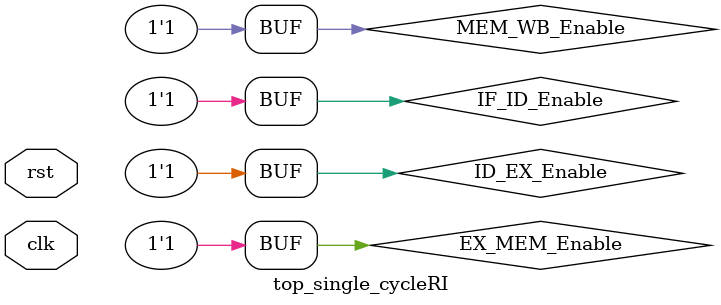
<source format=sv>
`timescale 1ns / 1ps


    module top_single_cycleRI(
            input logic clk,
            input logic rst
        );
        
        
         //IF_ID register module and wires
            logic [31:0] instr_reg, pc_reg;
            logic IF_ID_Enable;
            assign IF_ID_Enable = '1;
            
        //EX_MEM register module and wires
            logic EX_MEM_Enable;
            logic [31:0] pc_offset_reg2,rs1_reg2,alu_OUT_reg2,instruction_reg2;
            logic Branch_reg2,zero_reg2,MemRead_reg2,Regwrit_reg2,MemToReg_reg2,MemWrite_reg2,AUI_pc_reg_2,jump_reg2,jalr_reg2,regWrite_reg2;
            logic [1:0] L_type_reg2,S_type_reg2;
            assign EX_MEM_Enable = '1;
            
          //ID_EX register module and wires
              logic ID_EX_Enable;
              logic [31:0] instruction_reg1,rs0_reg1,rs1_reg1,im_mux_reg1,pc_reg1;
              logic MemRead_reg1,MemWrite_reg1,Regwrit_reg1,MemToReg_reg1,jump_reg1,jalr_reg1,Branch_reg1,AUI_pc_reg1,alusrc_reg1,regWrite_reg1;
              logic [4:0]ALUop_reg1;
              logic [1:0]L_type_reg1,S_type_reg1;
              assign ID_EX_Enable = '1;
        
           //MEM_WB register module and wires
              logic MEM_WB_Enable;
              logic [31:0] read_data_reg3, alu_OUT_reg3,instruction_reg3;
              logic MemToReg_reg3,jump_reg3,jalr_reg3, pc_offset_reg3,AUI_pc_reg3,regWrite_reg3, Branch_reg3,zero_reg3;
              assign MEM_WB_Enable = '1;
    
        
        
        logic [31:0]pc, pc_next, pc_plus4, pc_offset,Instruction;
        // imidiate to mux output
            logic [31:0]Im_mux;
            
        // PC increment logic
        assign pc_plus4  = pc + 32'd4;
    
        //control instructions
        logic [4:0] ALUop;
        logic [1:0] S_type, L_type; // load store types
        logic MemWrite, MemRead,AUI_pc, MemToReg,Branch, jump, jalr, alusrc, regWrite;// control flags
    
        //source registers values
        logic [31:0]rs0;// for source registers
        logic [31:0]rs1;
        logic [31:0]write_data;
        logic [31:0]alu_OUT;
        // ALU flags 
        logic zero,overflow, neg,carry;
    
        //MUX output 
        logic [31:0]ALu_input2;
    
        // alu control signal form alucontrol
        logic [4:0]Alucont;
    
        // data memory output
        logic [31:0]read_data;
    
    
        // program counter
        PC p1(
            .clk(clk),
            .reset(rst),
            .pc_next(pc_next),
            .pc(pc)
        );
    
        //instruction memory
        Instruction_memory Im1(
            .counter(pc),
            .instruction(Instruction)
            );
            
    
    
        
        IF_ID #(.WIDTH(32)) IF_ID_reg (
            .clk(clk),
            .rst(rst),
            .IF_ID_Enable (IF_ID_Enable),
            .pc_in (pc),
            .instr_in(Instruction),
            .pc_out(pc_reg),
            .instr_out (instr_reg)
             );
    
    
        //register
        Register_file #(.IS_DEPTH(5), .REGF_DEPTH(32),.REGF_WIDTH(32),.Opcode (7)) r11(
            .clk(clk),
            .rst(rst),
            .regWrite(regWrite_reg3),
            .rs1(instr_reg[19:15]), 
            .rs2(instr_reg[24:20]),
            .rd(instruction_reg3[11:7]),
            .data_wr(write_data),
            .s1(rs0),
            .s2(rs1)
            );
            
            // control module instantiation 
            Control c1(
            .opcode(instr_reg[6:0]),
            .func3(instr_reg[14:12]),
            .MemRead(MemRead),
            .MemWrite(MemWrite),
            .Regwrit(regWrite),
            .MemToReg(MemToReg),
            .alusrc(alusrc),
            .ALUop(ALUop),
            .AUI_pc(AUI_pc),
            .L_type(L_type),
            .S_type(S_type),
            .jump(jump),
            .jalr(jalr),
            .Branch(Branch)
                );  
    
    
    
            // immidiate generator  
            Imgen im1(
            .inst(instr_reg),
            .imm(Im_mux)
            );
            
    
    
        ID_EX ID_EX_reg(
        .clk(clk), 
        .rst(rst),
        .enable (ID_EX_Enable),
        .rs0(rs0),
        .rs1(rs1),
        .Im_mux(Im_mux),
        .regWrite(regWrite),
        .pc(pc_reg),
        .instruction(instr_reg),
        .MemRead(MemRead),
        .MemWrite(MemWrite),
        .MemToReg(MemToReg),
        .alusrc(alusrc),
        .ALUop(ALUop),
        .AUI_pc(AUI_pc),
        .L_type(L_type),
        .S_type(S_type),
        .jump(jump),
        .jalr(jalr),
        .Branch(Branch),
        
        .rs0_reg1(rs0_reg1),
        .regWrite_reg1(regWrite_reg1),
        .rs1_reg1(rs1_reg1),
        .im_mux_reg1(im_mux_reg1),
        .pc_reg1(pc_reg1),
        .instruction_reg1(instruction_reg1),
        .MemRead_reg1(MemRead_reg1),
        .MemWrite_reg1(MemWrite_reg1),
        .MemToReg_reg1(MemToReg_reg1),
        .alusrc_reg1(alusrc_reg1),
        .ALUop_reg1(ALUop_reg1),
        .AUI_pc_reg1(AUI_pc_reg1),
        .L_type_reg1(L_type_reg1),
        .S_type_reg1(S_type_reg1),
        .jump_reg1(jump_reg1),
        .jalr_reg1(jalr_reg1),
        .Branch_reg1(Branch_reg1)
        );
        
        //      //MUx
               Mux #(32) m11(
                 .a(im_mux_reg1),
                 .b(rs1_reg1 ),
                 .sel(alusrc_reg1),
                 .out(ALu_input2)
                 );
           // assign ALu_input2 = (alusrc_reg1)?im_mux_reg1: rs1_reg1;
            //Alu control
            ALU_control a1(
                .inst(instruction_reg1),
                .Alu_ctrl(Alucont)
                );
    
            // ALU
            ALU #(.REGF_WIDTH(32), .OP_code(5)) alu1(
            .op_code(Alucont),
            .source1(rs0_reg1),
            .zero(zero),
            .overflow(overflow),
            .neg(neg),
            .carry(carry),
            .source2(ALu_input2),
            .out_put(alu_OUT)
                );
                
            
            assign pc_offset = pc_reg1 + im_mux_reg1;
    
    
        
        EX_MEM EX_MEM_reg(
        .clk(clk),
        .rst(rst),
        .Enable(EX_MEM_Enable),
        .pc_offset(pc_offset),
        .rs1_reg1(rs1_reg1),
        .alu_OUT(alu_OUT),
        .Branch_reg1(Branch_reg1),
        .L_type_reg1(L_type_reg1),
        .S_type_reg1(S_type_reg1),
        .regWrite_reg1(regWrite_reg1),
        .MemRead_reg1(MemRead_reg1),
        .MemWrite_reg1(MemWrite_reg1),
        .MemToReg_reg1(MemToReg_reg1),
        .AUI_pc_reg1(AUI_pc_reg1),
        .jump_reg1(jump_reg1),
        .jalr_reg1(jalr_reg1),
        .instruction_reg1(instruction_reg1),
        .zero(zero),
    
        .pc_offset_reg2(pc_offset_reg2),
        .rs1_reg2(rs1_reg2),
        .alu_OUT_reg2(alu_OUT_reg2),
        .Branch_reg2(Branch_reg2),
        .zero_reg2(zero_reg2),
        .MemRead_reg2(MemRead_reg2),
        .regWrite_reg2(regWrite_reg2),
        .MemWrite_reg2(MemWrite_reg2),
        .MemToReg_reg2(MemToReg_reg2),
        .AUI_pc_reg2(AUI_pc_reg_2),
        .L_type_reg2(L_type_reg2),
        .S_type_reg2(S_type_reg2),
        .jump_reg2(jump_reg2),
        .instruction_reg2(instruction_reg2),
        .jalr_reg2(jalr_reg2)
        );
            // Data memory
            
            data_memory d1(
                .clk(clk),
                .address(alu_OUT_reg2),
                .write_data(rs1_reg2),
                .MemRead(MemRead_reg2),
                .MemWrite(MemWrite_reg2),
                .l_type(L_type_reg2),
                .s_type(S_type_reg2),
                .read_data(read_data)
                    );
    
      MEM_WB MEM_WB_reg (
        .clk(clk),
        .rst(rst),
        .Enable(MEM_WB_Enable),
        .read_data(read_data),
        .alu_OUT_reg2(alu_OUT_reg2),
        .MemToReg_reg2(MemToReg_reg2),
        .instruction_reg2(instruction_reg2),
        .jump_reg2(jump_reg2),
        .jalr_reg2(jalr_reg2),
        .AUI_pc_reg2(AUI_pc_reg_2),
        .regWrite_reg2(regWrite_reg2),
        .pc_offset_reg2(pc_offset_reg2),
        .Branch_reg2(Branch_reg2),
        .zero_reg2(zero_reg2),
        
        .read_data_reg3(read_data_reg3),
        .instruction_reg3(instruction_reg3),
        .alu_OUT_reg3(alu_OUT_reg3),
        .MemToReg_reg3(MemToReg_reg3),
        .regWrite_reg3(regWrite_reg3),
        .jump_reg3(jump_reg3),
        .jalr_reg3(jalr_reg3),
        .pc_offset_reg3(pc_offset_reg3),
        .AUI_pc_reg3(AUI_pc_reg3),
        .Branch_reg3(Branch_reg3),
        .zero_reg3(zero_reg3)
        );
    
    logic [31:0] mux_wd1_out, mux_wd2_out, mux_wd3_out;
        
        // First mux: alu_OUT_reg3 vs read_data_reg3
        Mux #(32) mux_wd1 (
            .a(read_data_reg3),   // select read_data if MemToReg=1
            .b(alu_OUT_reg3),     // else alu_OUT
            .sel(MemToReg_reg3),
            .out(mux_wd1_out)
        );
        
        // Second mux: result of first vs pc_offset_reg3
        Mux #(32) mux_wd2 (
            .a(pc_offset_reg3),   // select pc_offset if AUI_pc=1
            .b(mux_wd1_out),      // else pass through previous
            .sel(AUI_pc_reg3),
            .out(mux_wd2_out)
        );
        
        // Third mux: result of second vs pc_plus4
        Mux #(32) mux_wd3 (
            .a(pc_plus4),         // select pc+4 if jump=1
            .b(mux_wd2_out),      // else pass through
            .sel(jump_reg3),
            .out(write_data)
        );
    logic [31:0] mux_pc1_out, mux_pc2_out;
        
        // First mux: pc_plus4 vs pc_offset_reg2
        Mux #(32) mux_pc1 (
            .a(pc_offset_reg3),               // branch taken ? pc_offset
            .b(pc_plus4),                      // else pc+4
            .sel(Branch_reg3 && zero_reg3),
            .out(mux_pc1_out)
        );
        
        // Second mux: result of first vs pc_offset_reg2 (for JAL)
        Mux #(32) mux_pc2 (
            .a(pc_offset_reg3),                // if JAL ? pc_offset
            .b(mux_pc1_out),
            .sel(jump_reg3 && !jalr_reg3),     // only plain jump (not jalr)
            .out(mux_pc2_out)
        );
        
        // Third mux: result of second vs alu_OUT_reg2 (for JALR)
        Mux #(32) mux_pc3 (
            .a(alu_OUT_reg3),                  // if JALR ? alu_OUT
            .b(mux_pc2_out),
            .sel(jump_reg3 && jalr_reg3),
            .out(pc_next)
        );
    
    endmodule

</source>
